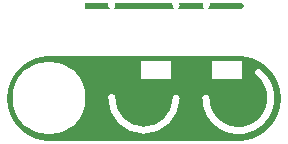
<source format=gto>
%TF.GenerationSoftware,KiCad,Pcbnew,4.0.5-e0-6337~49~ubuntu16.04.1*%
%TF.CreationDate,2017-05-28T07:56:43-07:00*%
%TF.ProjectId,2x3-Push-Terminal-3mm-Pitch-SMT,3278332D507573682D5465726D696E61,v1.1*%
%TF.FileFunction,Legend,Top*%
%FSLAX46Y46*%
G04 Gerber Fmt 4.6, Leading zero omitted, Abs format (unit mm)*
G04 Created by KiCad (PCBNEW 4.0.5-e0-6337~49~ubuntu16.04.1) date Sun May 28 07:56:43 2017*
%MOMM*%
%LPD*%
G01*
G04 APERTURE LIST*
%ADD10C,0.350000*%
%ADD11C,0.500000*%
%ADD12C,7.200000*%
%ADD13C,0.600000*%
%ADD14R,2.652400X1.552400*%
%ADD15C,6.152400*%
G04 APERTURE END LIST*
D10*
D11*
X3605500Y-26111500D02*
X19805500Y-26111500D01*
D12*
X19605500Y-33911500D02*
X3605500Y-33911500D01*
%LPC*%
D13*
X21378365Y-27997593D02*
G75*
G03X16877000Y-26101000I-1770865J2087093D01*
G01*
X16850547Y-33911500D02*
G75*
G03X21322000Y-31752500I2756953J0D01*
G01*
X14335147Y-26125919D02*
G75*
G03X8876000Y-26101000I-2728647J215419D01*
G01*
X8876674Y-33850838D02*
G75*
G03X14337000Y-33911500I2729826J-60662D01*
G01*
D14*
X12605500Y-28511500D03*
X12605500Y-31511500D03*
X18605500Y-28511500D03*
X18605500Y-31511500D03*
D15*
X3605500Y-33911500D03*
X3605500Y-25911500D03*
M02*

</source>
